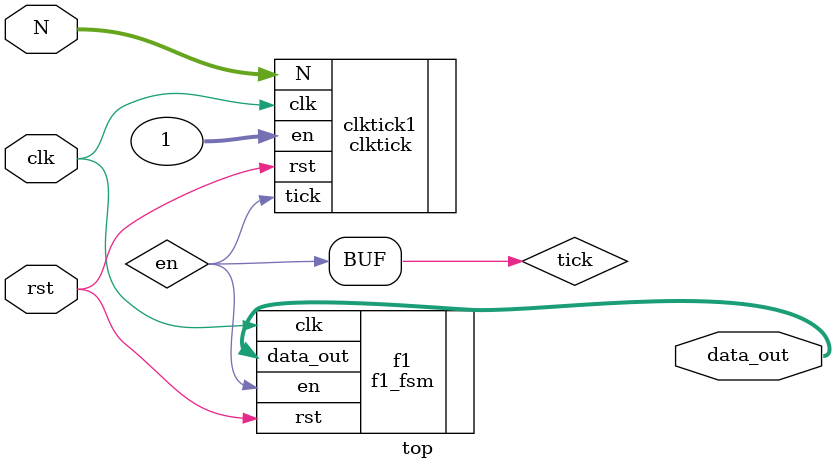
<source format=sv>
module top #(
    parameter WIDTH = 16
) (
    input  logic             clk,      // clock 
    input  logic             rst,      // reset
    input  logic [WIDTH-1:0] N,        // clock divided by N+1
    output  logic [7:0] data_out
     
);

logic tick;
logic en;

assign en = tick;

clktick #(
    .WIDTH(WIDTH)
) clktick1 (
    .clk(clk),
    .rst(rst),
    .en(1),
    .N(N),
    .tick(tick)
);

f1_fsm f1 (
    .clk(clk),
    .rst(rst),
    .en(en),
    .data_out(data_out)
);

endmodule


</source>
